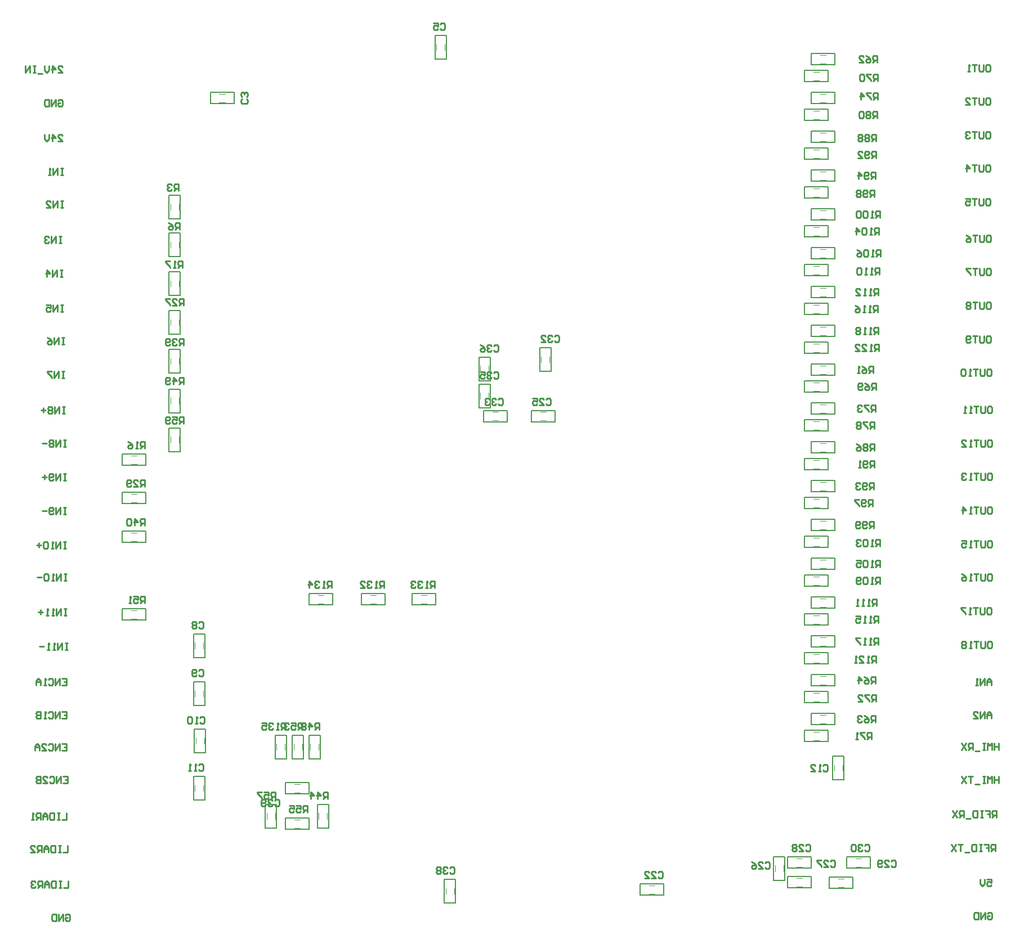
<source format=gbo>
G04*
G04 #@! TF.GenerationSoftware,Altium Limited,Altium Designer,21.0.8 (223)*
G04*
G04 Layer_Color=32896*
%FSTAX24Y24*%
%MOIN*%
G70*
G04*
G04 #@! TF.SameCoordinates,8A4C6F49-4F26-47D5-9FDB-2FD25450CC73*
G04*
G04*
G04 #@! TF.FilePolarity,Positive*
G04*
G01*
G75*
%ADD12C,0.0050*%
%ADD16C,0.0100*%
%ADD19C,0.0040*%
D12*
X01116Y04025D02*
Y04165D01*
X01183D01*
Y04025D02*
Y04165D01*
X01116Y04025D02*
X01183D01*
X01116Y04255D02*
Y04395D01*
X01183D01*
Y04255D02*
Y04395D01*
X01116Y04255D02*
X01183D01*
X01117Y0449D02*
Y0463D01*
X01184D01*
Y0449D02*
Y0463D01*
X01117Y0449D02*
X01184D01*
X01116Y0518D02*
Y0532D01*
X01183D01*
Y0518D02*
Y0532D01*
X01116Y0518D02*
X01183D01*
X01116Y05405D02*
Y05545D01*
X01183D01*
Y05405D02*
Y05545D01*
X01116Y05405D02*
X01183D01*
X05025Y01436D02*
X05165D01*
X05025D02*
Y01503D01*
X05165D01*
Y01436D02*
Y01503D01*
X0478Y014394D02*
X0492D01*
X0478D02*
Y015064D01*
X0492D01*
Y014394D02*
Y015064D01*
X04764Y01485D02*
Y01625D01*
X04697Y01485D02*
X04764D01*
X04697D02*
Y01625D01*
X04764D01*
X05114Y0208D02*
Y0222D01*
X05047Y0208D02*
X05114D01*
X05047D02*
Y0222D01*
X05114D01*
X0502Y02306D02*
Y02373D01*
X0488D02*
X0502D01*
X0488Y02306D02*
Y02373D01*
Y02306D02*
X0502D01*
X0492Y02407D02*
Y02474D01*
Y02407D02*
X0506D01*
Y02474D01*
X0492D02*
X0506D01*
X0502Y02536D02*
Y02603D01*
X0488D02*
X0502D01*
X0488Y02536D02*
Y02603D01*
Y02536D02*
X0502D01*
X0492Y026354D02*
Y027024D01*
Y026354D02*
X0506D01*
Y027024D01*
X0492D02*
X0506D01*
X0502Y02766D02*
Y02833D01*
X0488D02*
X0502D01*
X0488Y02766D02*
Y02833D01*
Y02766D02*
X0502D01*
X0492Y02867D02*
Y02934D01*
Y02867D02*
X0506D01*
Y02934D01*
X0492D02*
X0506D01*
X0502Y02996D02*
Y03063D01*
X0488D02*
X0502D01*
X0488Y02996D02*
Y03063D01*
Y02996D02*
X0502D01*
X0492Y03097D02*
Y03164D01*
Y03097D02*
X0506D01*
Y03164D01*
X0492D02*
X0506D01*
X0502Y03226D02*
Y03293D01*
X0488D02*
X0502D01*
X0488Y03226D02*
Y03293D01*
Y03226D02*
X0502D01*
X0492Y03327D02*
Y03394D01*
Y03327D02*
X0506D01*
Y03394D01*
X0492D02*
X0506D01*
X0502Y03456D02*
Y03523D01*
X0488D02*
X0502D01*
X0488Y03456D02*
Y03523D01*
Y03456D02*
X0502D01*
X0492Y03557D02*
Y03624D01*
Y03557D02*
X0506D01*
Y03624D01*
X0492D02*
X0506D01*
X0502Y03686D02*
Y03753D01*
X0488D02*
X0502D01*
X0488Y03686D02*
Y03753D01*
Y03686D02*
X0502D01*
X0492Y03787D02*
Y03854D01*
Y03787D02*
X0506D01*
Y03854D01*
X0492D02*
X0506D01*
X0502Y03916D02*
Y03983D01*
X0488D02*
X0502D01*
X0488Y03916D02*
Y03983D01*
Y03916D02*
X0502D01*
X0492Y04017D02*
Y04084D01*
Y04017D02*
X0506D01*
Y04084D01*
X0492D02*
X0506D01*
X0502Y04146D02*
Y04213D01*
X0488D02*
X0502D01*
X0488Y04146D02*
Y04213D01*
Y04146D02*
X0502D01*
X0492Y04247D02*
Y04314D01*
Y04247D02*
X0506D01*
Y04314D01*
X0492D02*
X0506D01*
X0502Y04376D02*
Y04443D01*
X0488D02*
X0502D01*
X0488Y04376D02*
Y04443D01*
Y04376D02*
X0502D01*
X0492Y04477D02*
Y04544D01*
Y04477D02*
X0506D01*
Y04544D01*
X0492D02*
X0506D01*
X0502Y04606D02*
Y04673D01*
X0488D02*
X0502D01*
X0488Y04606D02*
Y04673D01*
Y04606D02*
X0502D01*
X0492Y04707D02*
Y04774D01*
Y04707D02*
X0506D01*
Y04774D01*
X0492D02*
X0506D01*
X0502Y04836D02*
Y04903D01*
X0488D02*
X0502D01*
X0488Y04836D02*
Y04903D01*
Y04836D02*
X0502D01*
X0492Y04937D02*
Y05004D01*
Y04937D02*
X0506D01*
Y05004D01*
X0492D02*
X0506D01*
X0502Y05066D02*
Y05133D01*
X0488D02*
X0502D01*
X0488Y05066D02*
Y05133D01*
Y05066D02*
X0502D01*
X0492Y05167D02*
Y05234D01*
Y05167D02*
X0506D01*
Y05234D01*
X0492D02*
X0506D01*
X0502Y05296D02*
Y05363D01*
X0488D02*
X0502D01*
X0488Y05296D02*
Y05363D01*
Y05296D02*
X0502D01*
X0492Y05397D02*
Y05464D01*
Y05397D02*
X0506D01*
Y05464D01*
X0492D02*
X0506D01*
X0502Y05526D02*
Y05593D01*
X0488D02*
X0502D01*
X0488Y05526D02*
Y05593D01*
Y05526D02*
X0502D01*
X0492Y05627D02*
Y05694D01*
Y05627D02*
X0506D01*
Y05694D01*
X0492D02*
X0506D01*
X0502Y05756D02*
Y05823D01*
X0488D02*
X0502D01*
X0488Y05756D02*
Y05823D01*
Y05756D02*
X0502D01*
X0492Y05857D02*
Y05924D01*
Y05857D02*
X0506D01*
Y05924D01*
X0492D02*
X0506D01*
X0502Y05986D02*
Y06053D01*
X0488D02*
X0502D01*
X0488Y05986D02*
Y06053D01*
Y05986D02*
X0502D01*
X0492Y06087D02*
Y06154D01*
Y06087D02*
X0506D01*
Y06154D01*
X0492D02*
X0506D01*
X0502Y06216D02*
Y06283D01*
X0488D02*
X0502D01*
X0488Y06216D02*
Y06283D01*
Y06216D02*
X0502D01*
X0492Y06317D02*
Y06384D01*
Y06317D02*
X0506D01*
Y06384D01*
X0492D02*
X0506D01*
X0084Y03554D02*
X0098D01*
Y03487D02*
Y03554D01*
X0084Y03487D02*
X0098D01*
X0084D02*
Y03554D01*
X034031Y04201D02*
Y04268D01*
X032631D02*
X034031D01*
X032631Y04201D02*
Y04268D01*
Y04201D02*
X034031D01*
X01361Y060861D02*
Y061531D01*
Y060861D02*
X01501D01*
Y061531D01*
X01361D02*
X01501D01*
X03312Y0464D02*
X03379D01*
X03312Y045D02*
Y0464D01*
Y045D02*
X03379D01*
Y0464D01*
X0312Y04201D02*
Y04268D01*
X0298D02*
X0312D01*
X0298Y04201D02*
Y04268D01*
Y04201D02*
X0312D01*
X02951Y04445D02*
X03018D01*
Y04585D01*
X02951D02*
X03018D01*
X02951Y04445D02*
Y04585D01*
Y04285D02*
X03018D01*
Y04425D01*
X02951D02*
X03018D01*
X02951Y04285D02*
Y04425D01*
X02691Y0635D02*
X02758D01*
Y0649D01*
X02691D02*
X02758D01*
X02691Y0635D02*
Y0649D01*
X0084Y03942D02*
Y04009D01*
Y03942D02*
X0098D01*
Y04009D01*
X0084D02*
X0098D01*
X01947Y03116D02*
X02087D01*
X01947D02*
Y03183D01*
X02087D01*
Y03116D02*
Y03183D01*
X02256Y03116D02*
X02396D01*
X02256D02*
Y03183D01*
X02396D01*
Y03116D02*
Y03183D01*
X02557Y03116D02*
X02697D01*
X02557D02*
Y03183D01*
X02697D01*
Y03116D02*
Y03183D01*
X02746Y0135D02*
X02813D01*
Y0149D01*
X02746D02*
X02813D01*
X02746Y0135D02*
Y0149D01*
X02063Y01795D02*
Y01935D01*
X01996Y01795D02*
X02063D01*
X01996D02*
Y01935D01*
X02063D01*
X01805Y01786D02*
X01945D01*
X01805D02*
Y01853D01*
X01945D01*
Y01786D02*
Y01853D01*
X01687Y01795D02*
Y01935D01*
X01754D01*
Y01795D02*
Y01935D01*
X01687Y01795D02*
X01754D01*
X01746Y02345D02*
X01813D01*
X01746Y02205D02*
Y02345D01*
Y02205D02*
X01813D01*
Y02345D01*
X01847Y02205D02*
X01914D01*
Y02345D01*
X01847D02*
X01914D01*
X01847Y02205D02*
Y02345D01*
X01946Y02345D02*
X02013D01*
X01946Y02205D02*
Y02345D01*
Y02205D02*
X02013D01*
Y02345D01*
X04045Y01396D02*
Y01463D01*
X03905D02*
X04045D01*
X03905Y01396D02*
Y01463D01*
Y01396D02*
X04045D01*
X01805Y01996D02*
X01945D01*
X01805D02*
Y02063D01*
X01945D01*
Y01996D02*
Y02063D01*
X01261Y0196D02*
Y021D01*
X01328D01*
Y0196D02*
Y021D01*
X01261Y0196D02*
X01328D01*
X01266Y0224D02*
Y0238D01*
X01333D01*
Y0224D02*
Y0238D01*
X01266Y0224D02*
X01333D01*
X01261Y02805D02*
Y02945D01*
X01328D01*
Y02805D02*
Y02945D01*
X01261Y02805D02*
X01328D01*
X01261Y0252D02*
Y0266D01*
X01328D01*
Y0252D02*
Y0266D01*
X01261Y0252D02*
X01328D01*
X051297Y01557D02*
Y01624D01*
Y01557D02*
X052697D01*
Y01624D01*
X051297D02*
X052697D01*
X0492Y01556D02*
Y01623D01*
X0478D02*
X0492D01*
X0478Y01556D02*
Y01623D01*
Y01556D02*
X0492D01*
X01117Y0495D02*
X01184D01*
Y0509D01*
X01117D02*
X01184D01*
X01117Y0495D02*
Y0509D01*
Y0472D02*
X01184D01*
Y0486D01*
X01117D02*
X01184D01*
X01117Y0472D02*
Y0486D01*
X0084Y03027D02*
Y03094D01*
Y03027D02*
X0098D01*
Y03094D01*
X0084D02*
X0098D01*
X0084Y03717D02*
Y03784D01*
Y03717D02*
X0098D01*
Y03784D01*
X0084D02*
X0098D01*
D16*
X0051Y03095D02*
X004967D01*
X005033D01*
Y03055D01*
X0051D01*
X004967D01*
X004767D02*
Y03095D01*
X0045Y03055D01*
Y03095D01*
X004367Y03055D02*
X004234D01*
X0043D01*
Y03095D01*
X004367Y030883D01*
X004034Y03055D02*
X0039D01*
X003967D01*
Y03095D01*
X004034Y030883D01*
X0037Y03075D02*
X003434D01*
X003567Y030883D02*
Y030617D01*
X059864Y024423D02*
Y02469D01*
X059731Y024823D01*
X059597Y02469D01*
Y024423D01*
Y024623D01*
X059864D01*
X059464Y024423D02*
Y024823D01*
X059198Y024423D01*
Y024823D01*
X058798Y024423D02*
X059064D01*
X058798Y02469D01*
Y024757D01*
X058864Y024823D01*
X058998D01*
X059064Y024757D01*
X059633Y012883D02*
X0597Y01295D01*
X059833D01*
X0599Y012883D01*
Y012617D01*
X059833Y01255D01*
X0597D01*
X059633Y012617D01*
Y01275D01*
X059767D01*
X0595Y01255D02*
Y01295D01*
X059234Y01255D01*
Y01295D01*
X0591D02*
Y01255D01*
X0589D01*
X058834Y012617D01*
Y012883D01*
X0589Y01295D01*
X0591D01*
X059597Y014915D02*
X059864D01*
Y014715D01*
X059731Y014782D01*
X059664D01*
X059597Y014715D01*
Y014582D01*
X059664Y014515D01*
X059797D01*
X059864Y014582D01*
X059464Y014915D02*
Y014648D01*
X059331Y014515D01*
X059198Y014648D01*
Y014915D01*
X0601Y016567D02*
Y016967D01*
X0599D01*
X059833Y0169D01*
Y016767D01*
X0599Y0167D01*
X0601D01*
X059967D02*
X059833Y016567D01*
X059434Y016967D02*
X0597D01*
Y016767D01*
X059567D01*
X0597D01*
Y016567D01*
X0593Y016967D02*
X059167D01*
X059234D01*
Y016567D01*
X0593D01*
X059167D01*
X058967Y016967D02*
Y016567D01*
X058767D01*
X0587Y016633D01*
Y0169D01*
X058767Y016967D01*
X058967D01*
X058567Y0165D02*
X058301D01*
X058167Y016967D02*
X057901D01*
X058034D01*
Y016567D01*
X057767Y016967D02*
X057501Y016567D01*
Y016967D02*
X057767Y016567D01*
X06015Y018567D02*
Y018967D01*
X05995D01*
X059883Y0189D01*
Y018767D01*
X05995Y0187D01*
X06015D01*
X060017D02*
X059883Y018567D01*
X059484Y018967D02*
X05975D01*
Y018767D01*
X059617D01*
X05975D01*
Y018567D01*
X05935Y018967D02*
X059217D01*
X059284D01*
Y018567D01*
X05935D01*
X059217D01*
X059017Y018967D02*
Y018567D01*
X058817D01*
X05875Y018633D01*
Y0189D01*
X058817Y018967D01*
X059017D01*
X058617Y0185D02*
X058351D01*
X058217Y018567D02*
Y018967D01*
X058017D01*
X057951Y0189D01*
Y018767D01*
X058017Y0187D01*
X058217D01*
X058084D02*
X057951Y018567D01*
X057817Y018967D02*
X057551Y018567D01*
Y018967D02*
X057817Y018567D01*
X0603Y021017D02*
Y020617D01*
Y020817D01*
X060033D01*
Y021017D01*
Y020617D01*
X0599D02*
Y021017D01*
X059767Y020883D01*
X059634Y021017D01*
Y020617D01*
X0595Y021017D02*
X059367D01*
X059434D01*
Y020617D01*
X0595D01*
X059367D01*
X059167Y02055D02*
X0589D01*
X058767Y021017D02*
X058501D01*
X058634D01*
Y020617D01*
X058367Y021017D02*
X058101Y020617D01*
Y021017D02*
X058367Y020617D01*
X0603Y022967D02*
Y022567D01*
Y022767D01*
X060033D01*
Y022967D01*
Y022567D01*
X0599D02*
Y022967D01*
X059767Y022833D01*
X059634Y022967D01*
Y022567D01*
X0595Y022967D02*
X059367D01*
X059434D01*
Y022567D01*
X0595D01*
X059367D01*
X059167Y0225D02*
X0589D01*
X058767Y022567D02*
Y022967D01*
X058567D01*
X058501Y0229D01*
Y022767D01*
X058567Y0227D01*
X058767D01*
X058634D02*
X058501Y022567D01*
X058367Y022967D02*
X058101Y022567D01*
Y022967D02*
X058367Y022567D01*
X059864Y026405D02*
Y026671D01*
X059731Y026805D01*
X059597Y026671D01*
Y026405D01*
Y026605D01*
X059864D01*
X059464Y026405D02*
Y026805D01*
X059198Y026405D01*
Y026805D01*
X059064Y026405D02*
X058931D01*
X058998D01*
Y026805D01*
X059064Y026738D01*
X0597Y029D02*
X059833D01*
X0599Y028933D01*
Y028667D01*
X059833Y0286D01*
X0597D01*
X059633Y028667D01*
Y028933D01*
X0597Y029D01*
X0595D02*
Y028667D01*
X059433Y0286D01*
X0593D01*
X059234Y028667D01*
Y029D01*
X0591D02*
X058834D01*
X058967D01*
Y0286D01*
X0587D02*
X058567D01*
X058634D01*
Y029D01*
X0587Y028933D01*
X058367D02*
X058301Y029D01*
X058167D01*
X058101Y028933D01*
Y028867D01*
X058167Y0288D01*
X058101Y028733D01*
Y028667D01*
X058167Y0286D01*
X058301D01*
X058367Y028667D01*
Y028733D01*
X058301Y0288D01*
X058367Y028867D01*
Y028933D01*
X058301Y0288D02*
X058167D01*
X05965Y031D02*
X059783D01*
X05985Y030933D01*
Y030667D01*
X059783Y0306D01*
X05965D01*
X059583Y030667D01*
Y030933D01*
X05965Y031D01*
X05945D02*
Y030667D01*
X059383Y0306D01*
X05925D01*
X059184Y030667D01*
Y031D01*
X05905D02*
X058784D01*
X058917D01*
Y0306D01*
X05865D02*
X058517D01*
X058584D01*
Y031D01*
X05865Y030933D01*
X058317Y031D02*
X058051D01*
Y030933D01*
X058317Y030667D01*
Y0306D01*
X059689Y040936D02*
X059822D01*
X059889Y04087D01*
Y040603D01*
X059822Y040536D01*
X059689D01*
X059622Y040603D01*
Y04087D01*
X059689Y040936D01*
X059489D02*
Y040603D01*
X059422Y040536D01*
X059289D01*
X059222Y040603D01*
Y040936D01*
X059089D02*
X058823D01*
X058956D01*
Y040536D01*
X058689D02*
X058556D01*
X058623D01*
Y040936D01*
X058689Y04087D01*
X058089Y040536D02*
X058356D01*
X058089Y040803D01*
Y04087D01*
X058156Y040936D01*
X058289D01*
X058356Y04087D01*
X059689Y034979D02*
X059822D01*
X059889Y034912D01*
Y034646D01*
X059822Y034579D01*
X059689D01*
X059622Y034646D01*
Y034912D01*
X059689Y034979D01*
X059489D02*
Y034646D01*
X059422Y034579D01*
X059289D01*
X059222Y034646D01*
Y034979D01*
X059089D02*
X058823D01*
X058956D01*
Y034579D01*
X058689D02*
X058556D01*
X058623D01*
Y034979D01*
X058689Y034912D01*
X058089Y034979D02*
X058356D01*
Y034779D01*
X058223Y034846D01*
X058156D01*
X058089Y034779D01*
Y034646D01*
X058156Y034579D01*
X058289D01*
X058356Y034646D01*
X059689Y032997D02*
X059822D01*
X059889Y032931D01*
Y032664D01*
X059822Y032597D01*
X059689D01*
X059622Y032664D01*
Y032931D01*
X059689Y032997D01*
X059489D02*
Y032664D01*
X059422Y032597D01*
X059289D01*
X059222Y032664D01*
Y032997D01*
X059089D02*
X058823D01*
X058956D01*
Y032597D01*
X058689D02*
X058556D01*
X058623D01*
Y032997D01*
X058689Y032931D01*
X058089Y032997D02*
X058223Y032931D01*
X058356Y032797D01*
Y032664D01*
X058289Y032597D01*
X058156D01*
X058089Y032664D01*
Y032731D01*
X058156Y032797D01*
X058356D01*
X059689Y036973D02*
X059822D01*
X059889Y036906D01*
Y03664D01*
X059822Y036573D01*
X059689D01*
X059622Y03664D01*
Y036906D01*
X059689Y036973D01*
X059489D02*
Y03664D01*
X059422Y036573D01*
X059289D01*
X059222Y03664D01*
Y036973D01*
X059089D02*
X058823D01*
X058956D01*
Y036573D01*
X058689D02*
X058556D01*
X058623D01*
Y036973D01*
X058689Y036906D01*
X058156Y036573D02*
Y036973D01*
X058356Y036773D01*
X058089D01*
X059689Y038955D02*
X059822D01*
X059889Y038888D01*
Y038621D01*
X059822Y038555D01*
X059689D01*
X059622Y038621D01*
Y038888D01*
X059689Y038955D01*
X059489D02*
Y038621D01*
X059422Y038555D01*
X059289D01*
X059222Y038621D01*
Y038955D01*
X059089D02*
X058823D01*
X058956D01*
Y038555D01*
X058689D02*
X058556D01*
X058623D01*
Y038955D01*
X058689Y038888D01*
X058356D02*
X058289Y038955D01*
X058156D01*
X058089Y038888D01*
Y038821D01*
X058156Y038755D01*
X058223D01*
X058156D01*
X058089Y038688D01*
Y038621D01*
X058156Y038555D01*
X058289D01*
X058356Y038621D01*
X059689Y042918D02*
X059822D01*
X059889Y042851D01*
Y042585D01*
X059822Y042518D01*
X059689D01*
X059622Y042585D01*
Y042851D01*
X059689Y042918D01*
X059489D02*
Y042585D01*
X059422Y042518D01*
X059289D01*
X059222Y042585D01*
Y042918D01*
X059089D02*
X058823D01*
X058956D01*
Y042518D01*
X058689D02*
X058556D01*
X058623D01*
Y042918D01*
X058689Y042851D01*
X058356Y042518D02*
X058223D01*
X058289D01*
Y042918D01*
X058356Y042851D01*
X05965Y04515D02*
X059783D01*
X05985Y045083D01*
Y044817D01*
X059783Y04475D01*
X05965D01*
X059583Y044817D01*
Y045083D01*
X05965Y04515D01*
X05945D02*
Y044817D01*
X059383Y04475D01*
X05925D01*
X059184Y044817D01*
Y04515D01*
X05905D02*
X058784D01*
X058917D01*
Y04475D01*
X05865D02*
X058517D01*
X058584D01*
Y04515D01*
X05865Y045083D01*
X058317D02*
X058251Y04515D01*
X058117D01*
X058051Y045083D01*
Y044817D01*
X058117Y04475D01*
X058251D01*
X058317Y044817D01*
Y045083D01*
X059627Y047116D02*
X05976D01*
X059827Y04705D01*
Y046783D01*
X05976Y046717D01*
X059627D01*
X05956Y046783D01*
Y04705D01*
X059627Y047116D01*
X059427D02*
Y046783D01*
X05936Y046717D01*
X059227D01*
X05916Y046783D01*
Y047116D01*
X059027D02*
X058761D01*
X058894D01*
Y046717D01*
X058627Y046783D02*
X058561Y046717D01*
X058427D01*
X058361Y046783D01*
Y04705D01*
X058427Y047116D01*
X058561D01*
X058627Y04705D01*
Y046983D01*
X058561Y046916D01*
X058361D01*
X059627Y04911D02*
X05976D01*
X059827Y049044D01*
Y048777D01*
X05976Y048711D01*
X059627D01*
X05956Y048777D01*
Y049044D01*
X059627Y04911D01*
X059427D02*
Y048777D01*
X05936Y048711D01*
X059227D01*
X05916Y048777D01*
Y04911D01*
X059027D02*
X058761D01*
X058894D01*
Y048711D01*
X058627Y049044D02*
X058561Y04911D01*
X058427D01*
X058361Y049044D01*
Y048977D01*
X058427Y04891D01*
X058361Y048844D01*
Y048777D01*
X058427Y048711D01*
X058561D01*
X058627Y048777D01*
Y048844D01*
X058561Y04891D01*
X058627Y048977D01*
Y049044D01*
X058561Y04891D02*
X058427D01*
X059627Y051092D02*
X05976D01*
X059827Y051025D01*
Y050759D01*
X05976Y050692D01*
X059627D01*
X05956Y050759D01*
Y051025D01*
X059627Y051092D01*
X059427D02*
Y050759D01*
X05936Y050692D01*
X059227D01*
X05916Y050759D01*
Y051092D01*
X059027D02*
X058761D01*
X058894D01*
Y050692D01*
X058627Y051092D02*
X058361D01*
Y051025D01*
X058627Y050759D01*
Y050692D01*
X059627Y053074D02*
X05976D01*
X059827Y053007D01*
Y05274D01*
X05976Y052674D01*
X059627D01*
X05956Y05274D01*
Y053007D01*
X059627Y053074D01*
X059427D02*
Y05274D01*
X05936Y052674D01*
X059227D01*
X05916Y05274D01*
Y053074D01*
X059027D02*
X058761D01*
X058894D01*
Y052674D01*
X058361Y053074D02*
X058494Y053007D01*
X058627Y052874D01*
Y05274D01*
X058561Y052674D01*
X058427D01*
X058361Y05274D01*
Y052807D01*
X058427Y052874D01*
X058627D01*
X0596Y05525D02*
X059733D01*
X0598Y055183D01*
Y054917D01*
X059733Y05485D01*
X0596D01*
X059533Y054917D01*
Y055183D01*
X0596Y05525D01*
X0594D02*
Y054917D01*
X059333Y05485D01*
X0592D01*
X059134Y054917D01*
Y05525D01*
X059D02*
X058734D01*
X058867D01*
Y05485D01*
X058334Y05525D02*
X0586D01*
Y05505D01*
X058467Y055117D01*
X0584D01*
X058334Y05505D01*
Y054917D01*
X0584Y05485D01*
X058534D01*
X0586Y054917D01*
X059577Y059204D02*
X059711D01*
X059777Y059138D01*
Y058871D01*
X059711Y058804D01*
X059577D01*
X059511Y058871D01*
Y059138D01*
X059577Y059204D01*
X059378D02*
Y058871D01*
X059311Y058804D01*
X059178D01*
X059111Y058871D01*
Y059204D01*
X058978D02*
X058711D01*
X058844D01*
Y058804D01*
X058578Y059138D02*
X058511Y059204D01*
X058378D01*
X058311Y059138D01*
Y059071D01*
X058378Y059004D01*
X058444D01*
X058378D01*
X058311Y058938D01*
Y058871D01*
X058378Y058804D01*
X058511D01*
X058578Y058871D01*
X05959Y057223D02*
X059723D01*
X05979Y057156D01*
Y056889D01*
X059723Y056823D01*
X05959D01*
X059523Y056889D01*
Y057156D01*
X05959Y057223D01*
X05939D02*
Y056889D01*
X059323Y056823D01*
X05919D01*
X059123Y056889D01*
Y057223D01*
X05899D02*
X058723D01*
X058857D01*
Y056823D01*
X05839D02*
Y057223D01*
X05859Y057023D01*
X058324D01*
X059577Y061186D02*
X059711D01*
X059777Y061119D01*
Y060853D01*
X059711Y060786D01*
X059577D01*
X059511Y060853D01*
Y061119D01*
X059577Y061186D01*
X059378D02*
Y060853D01*
X059311Y060786D01*
X059178D01*
X059111Y060853D01*
Y061186D01*
X058978D02*
X058711D01*
X058844D01*
Y060786D01*
X058311D02*
X058578D01*
X058311Y061053D01*
Y061119D01*
X058378Y061186D01*
X058511D01*
X058578Y061119D01*
X059577Y063168D02*
X059711D01*
X059777Y063101D01*
Y062834D01*
X059711Y062768D01*
X059577D01*
X059511Y062834D01*
Y063101D01*
X059577Y063168D01*
X059378D02*
Y062834D01*
X059311Y062768D01*
X059178D01*
X059111Y062834D01*
Y063168D01*
X058978D02*
X058711D01*
X058844D01*
Y062768D01*
X058578D02*
X058444D01*
X058511D01*
Y063168D01*
X058578Y063101D01*
X005033Y012783D02*
X0051Y01285D01*
X005233D01*
X0053Y012783D01*
Y012517D01*
X005233Y01245D01*
X0051D01*
X005033Y012517D01*
Y01265D01*
X005167D01*
X0049Y01245D02*
Y01285D01*
X004634Y01245D01*
Y01285D01*
X0045D02*
Y01245D01*
X0043D01*
X004234Y012517D01*
Y012783D01*
X0043Y01285D01*
X0045D01*
X0052Y0148D02*
Y0144D01*
X004933D01*
X0048Y0148D02*
X004667D01*
X004733D01*
Y0144D01*
X0048D01*
X004667D01*
X004467Y0148D02*
Y0144D01*
X004267D01*
X0042Y014467D01*
Y014733D01*
X004267Y0148D01*
X004467D01*
X004067Y0144D02*
Y014667D01*
X003934Y0148D01*
X0038Y014667D01*
Y0144D01*
Y0146D01*
X004067D01*
X003667Y0144D02*
Y0148D01*
X003467D01*
X003401Y014733D01*
Y0146D01*
X003467Y014533D01*
X003667D01*
X003534D02*
X003401Y0144D01*
X003267Y014733D02*
X003201Y0148D01*
X003067D01*
X003001Y014733D01*
Y014667D01*
X003067Y0146D01*
X003134D01*
X003067D01*
X003001Y014533D01*
Y014467D01*
X003067Y0144D01*
X003201D01*
X003267Y014467D01*
X00515Y0169D02*
Y0165D01*
X004883D01*
X00475Y0169D02*
X004617D01*
X004683D01*
Y0165D01*
X00475D01*
X004617D01*
X004417Y0169D02*
Y0165D01*
X004217D01*
X00415Y016567D01*
Y016833D01*
X004217Y0169D01*
X004417D01*
X004017Y0165D02*
Y016767D01*
X003884Y0169D01*
X00375Y016767D01*
Y0165D01*
Y0167D01*
X004017D01*
X003617Y0165D02*
Y0169D01*
X003417D01*
X003351Y016833D01*
Y0167D01*
X003417Y016633D01*
X003617D01*
X003484D02*
X003351Y0165D01*
X002951D02*
X003217D01*
X002951Y016767D01*
Y016833D01*
X003017Y0169D01*
X003151D01*
X003217Y016833D01*
X0051Y01885D02*
Y01845D01*
X004833D01*
X0047Y01885D02*
X004567D01*
X004633D01*
Y01845D01*
X0047D01*
X004567D01*
X004367Y01885D02*
Y01845D01*
X004167D01*
X0041Y018517D01*
Y018783D01*
X004167Y01885D01*
X004367D01*
X003967Y01845D02*
Y018717D01*
X003834Y01885D01*
X0037Y018717D01*
Y01845D01*
Y01865D01*
X003967D01*
X003567Y01845D02*
Y01885D01*
X003367D01*
X003301Y018783D01*
Y01865D01*
X003367Y018583D01*
X003567D01*
X003434D02*
X003301Y01845D01*
X003167D02*
X003034D01*
X003101D01*
Y01885D01*
X003167Y018783D01*
X004883Y021D02*
X00515D01*
Y0206D01*
X004883D01*
X00515Y0208D02*
X005017D01*
X00475Y0206D02*
Y021D01*
X004484Y0206D01*
Y021D01*
X004084Y020933D02*
X00415Y021D01*
X004284D01*
X00435Y020933D01*
Y020667D01*
X004284Y0206D01*
X00415D01*
X004084Y020667D01*
X003684Y0206D02*
X00395D01*
X003684Y020867D01*
Y020933D01*
X00375Y021D01*
X003884D01*
X00395Y020933D01*
X003551Y021D02*
Y0206D01*
X003351D01*
X003284Y020667D01*
Y020733D01*
X003351Y0208D01*
X003551D01*
X003351D01*
X003284Y020867D01*
Y020933D01*
X003351Y021D01*
X003551D01*
X004833Y02295D02*
X0051D01*
Y02255D01*
X004833D01*
X0051Y02275D02*
X004967D01*
X0047Y02255D02*
Y02295D01*
X004434Y02255D01*
Y02295D01*
X004034Y022883D02*
X0041Y02295D01*
X004234D01*
X0043Y022883D01*
Y022617D01*
X004234Y02255D01*
X0041D01*
X004034Y022617D01*
X003634Y02255D02*
X0039D01*
X003634Y022817D01*
Y022883D01*
X0037Y02295D01*
X003834D01*
X0039Y022883D01*
X003501Y02255D02*
Y022817D01*
X003367Y02295D01*
X003234Y022817D01*
Y02255D01*
Y02275D01*
X003501D01*
X004833Y02485D02*
X0051D01*
Y02445D01*
X004833D01*
X0051Y02465D02*
X004967D01*
X0047Y02445D02*
Y02485D01*
X004434Y02445D01*
Y02485D01*
X004034Y024783D02*
X0041Y02485D01*
X004234D01*
X0043Y024783D01*
Y024517D01*
X004234Y02445D01*
X0041D01*
X004034Y024517D01*
X0039Y02445D02*
X003767D01*
X003834D01*
Y02485D01*
X0039Y024783D01*
X003567Y02485D02*
Y02445D01*
X003367D01*
X003301Y024517D01*
Y024583D01*
X003367Y02465D01*
X003567D01*
X003367D01*
X003301Y024717D01*
Y024783D01*
X003367Y02485D01*
X003567D01*
X004833Y0268D02*
X0051D01*
Y0264D01*
X004833D01*
X0051Y0266D02*
X004967D01*
X0047Y0264D02*
Y0268D01*
X004434Y0264D01*
Y0268D01*
X004034Y026733D02*
X0041Y0268D01*
X004234D01*
X0043Y026733D01*
Y026467D01*
X004234Y0264D01*
X0041D01*
X004034Y026467D01*
X0039Y0264D02*
X003767D01*
X003834D01*
Y0268D01*
X0039Y026733D01*
X003567Y0264D02*
Y026667D01*
X003434Y0268D01*
X003301Y026667D01*
Y0264D01*
Y0266D01*
X003567D01*
X00515Y0289D02*
X005017D01*
X005083D01*
Y0285D01*
X00515D01*
X005017D01*
X004817D02*
Y0289D01*
X00455Y0285D01*
Y0289D01*
X004417Y0285D02*
X004284D01*
X00435D01*
Y0289D01*
X004417Y028833D01*
X004084Y0285D02*
X00395D01*
X004017D01*
Y0289D01*
X004084Y028833D01*
X00375Y0287D02*
X003484D01*
X0051Y033D02*
X004967D01*
X005033D01*
Y0326D01*
X0051D01*
X004967D01*
X004767D02*
Y033D01*
X0045Y0326D01*
Y033D01*
X004367Y0326D02*
X004234D01*
X0043D01*
Y033D01*
X004367Y032933D01*
X004034D02*
X003967Y033D01*
X003834D01*
X003767Y032933D01*
Y032667D01*
X003834Y0326D01*
X003967D01*
X004034Y032667D01*
Y032933D01*
X003634Y0328D02*
X003367D01*
X00505Y0349D02*
X004917D01*
X004983D01*
Y0345D01*
X00505D01*
X004917D01*
X004717D02*
Y0349D01*
X00445Y0345D01*
Y0349D01*
X004317Y0345D02*
X004184D01*
X00425D01*
Y0349D01*
X004317Y034833D01*
X003984D02*
X003917Y0349D01*
X003784D01*
X003717Y034833D01*
Y034567D01*
X003784Y0345D01*
X003917D01*
X003984Y034567D01*
Y034833D01*
X003584Y0347D02*
X003317D01*
X003451Y034833D02*
Y034567D01*
X00505Y03695D02*
X004917D01*
X004983D01*
Y03655D01*
X00505D01*
X004917D01*
X004717D02*
Y03695D01*
X00445Y03655D01*
Y03695D01*
X004317Y036617D02*
X00425Y03655D01*
X004117D01*
X00405Y036617D01*
Y036883D01*
X004117Y03695D01*
X00425D01*
X004317Y036883D01*
Y036817D01*
X00425Y03675D01*
X00405D01*
X003917D02*
X00365D01*
X00505Y03895D02*
X004917D01*
X004983D01*
Y03855D01*
X00505D01*
X004917D01*
X004717D02*
Y03895D01*
X00445Y03855D01*
Y03895D01*
X004317Y038617D02*
X00425Y03855D01*
X004117D01*
X00405Y038617D01*
Y038883D01*
X004117Y03895D01*
X00425D01*
X004317Y038883D01*
Y038817D01*
X00425Y03875D01*
X00405D01*
X003917D02*
X00365D01*
X003784Y038883D02*
Y038617D01*
X00505Y04095D02*
X004917D01*
X004983D01*
Y04055D01*
X00505D01*
X004917D01*
X004717D02*
Y04095D01*
X00445Y04055D01*
Y04095D01*
X004317Y040883D02*
X00425Y04095D01*
X004117D01*
X00405Y040883D01*
Y040817D01*
X004117Y04075D01*
X00405Y040683D01*
Y040617D01*
X004117Y04055D01*
X00425D01*
X004317Y040617D01*
Y040683D01*
X00425Y04075D01*
X004317Y040817D01*
Y040883D01*
X00425Y04075D02*
X004117D01*
X003917D02*
X00365D01*
X005Y0429D02*
X004867D01*
X004933D01*
Y0425D01*
X005D01*
X004867D01*
X004667D02*
Y0429D01*
X0044Y0425D01*
Y0429D01*
X004267Y042833D02*
X0042Y0429D01*
X004067D01*
X004Y042833D01*
Y042767D01*
X004067Y0427D01*
X004Y042633D01*
Y042567D01*
X004067Y0425D01*
X0042D01*
X004267Y042567D01*
Y042633D01*
X0042Y0427D01*
X004267Y042767D01*
Y042833D01*
X0042Y0427D02*
X004067D01*
X003867D02*
X0036D01*
X003734Y042833D02*
Y042567D01*
X00495Y045D02*
X004817D01*
X004883D01*
Y0446D01*
X00495D01*
X004817D01*
X004617D02*
Y045D01*
X00435Y0446D01*
Y045D01*
X004217D02*
X00395D01*
Y044933D01*
X004217Y044667D01*
Y0446D01*
X00495Y047D02*
X004817D01*
X004883D01*
Y0466D01*
X00495D01*
X004817D01*
X004617D02*
Y047D01*
X00435Y0466D01*
Y047D01*
X00395D02*
X004084Y046933D01*
X004217Y0468D01*
Y046667D01*
X00415Y0466D01*
X004017D01*
X00395Y046667D01*
Y046733D01*
X004017Y0468D01*
X004217D01*
X00485Y051D02*
X004717D01*
X004783D01*
Y0506D01*
X00485D01*
X004717D01*
X004517D02*
Y051D01*
X00425Y0506D01*
Y051D01*
X003917Y0506D02*
Y051D01*
X004117Y0508D01*
X00385D01*
X0049Y04895D02*
X004767D01*
X004833D01*
Y04855D01*
X0049D01*
X004767D01*
X004567D02*
Y04895D01*
X0043Y04855D01*
Y04895D01*
X0039D02*
X004167D01*
Y04875D01*
X004034Y048817D01*
X003967D01*
X0039Y04875D01*
Y048617D01*
X003967Y04855D01*
X0041D01*
X004167Y048617D01*
X0048Y053D02*
X004667D01*
X004733D01*
Y0526D01*
X0048D01*
X004667D01*
X004467D02*
Y053D01*
X0042Y0526D01*
Y053D01*
X004067Y052933D02*
X004Y053D01*
X003867D01*
X0038Y052933D01*
Y052867D01*
X003867Y0528D01*
X003934D01*
X003867D01*
X0038Y052733D01*
Y052667D01*
X003867Y0526D01*
X004D01*
X004067Y052667D01*
X0049Y0551D02*
X004767D01*
X004833D01*
Y0547D01*
X0049D01*
X004767D01*
X004567D02*
Y0551D01*
X0043Y0547D01*
Y0551D01*
X0039Y0547D02*
X004167D01*
X0039Y054967D01*
Y055033D01*
X003967Y0551D01*
X0041D01*
X004167Y055033D01*
X0049Y05705D02*
X004767D01*
X004833D01*
Y05665D01*
X0049D01*
X004767D01*
X004567D02*
Y05705D01*
X0043Y05665D01*
Y05705D01*
X004167Y05665D02*
X004034D01*
X0041D01*
Y05705D01*
X004167Y056983D01*
X004583Y05865D02*
X00485D01*
X004583Y058917D01*
Y058983D01*
X00465Y05905D01*
X004783D01*
X00485Y058983D01*
X00425Y05865D02*
Y05905D01*
X00445Y05885D01*
X004184D01*
X00405Y05905D02*
Y058783D01*
X003917Y05865D01*
X003784Y058783D01*
Y05905D01*
X004583Y061033D02*
X00465Y0611D01*
X004783D01*
X00485Y061033D01*
Y060767D01*
X004783Y0607D01*
X00465D01*
X004583Y060767D01*
Y0609D01*
X004717D01*
X00445Y0607D02*
Y0611D01*
X004184Y0607D01*
Y0611D01*
X00405D02*
Y0607D01*
X00385D01*
X003784Y060767D01*
Y061033D01*
X00385Y0611D01*
X00405D01*
X004583Y062717D02*
X00485D01*
X004583Y062983D01*
Y06305D01*
X00465Y063117D01*
X004783D01*
X00485Y06305D01*
X00425Y062717D02*
Y063117D01*
X00445Y062917D01*
X004184D01*
X00405Y063117D02*
Y06285D01*
X003917Y062717D01*
X003784Y06285D01*
Y063117D01*
X00365Y06265D02*
X003384D01*
X003251Y063117D02*
X003117D01*
X003184D01*
Y062717D01*
X003251D01*
X003117D01*
X002917D02*
Y063117D01*
X002651Y062717D01*
Y063117D01*
X01806Y02377D02*
Y02417D01*
X01786D01*
X017793Y024103D01*
Y02397D01*
X01786Y023903D01*
X01806D01*
X017927D02*
X017793Y02377D01*
X01766D02*
X017527D01*
X017593D01*
Y02417D01*
X01766Y024103D01*
X017327D02*
X01726Y02417D01*
X017127D01*
X01706Y024103D01*
Y024037D01*
X017127Y02397D01*
X017194D01*
X017127D01*
X01706Y023903D01*
Y023837D01*
X017127Y02377D01*
X01726D01*
X017327Y023837D01*
X01666Y02417D02*
X016927D01*
Y02397D01*
X016794Y024037D01*
X016727D01*
X01666Y02397D01*
Y023837D01*
X016727Y02377D01*
X01686D01*
X016927Y023837D01*
X01906Y02378D02*
Y02418D01*
X01886D01*
X018793Y024113D01*
Y02398D01*
X01886Y023913D01*
X01906D01*
X018927D02*
X018793Y02378D01*
X018394Y02418D02*
X01866D01*
Y02398D01*
X018527Y024047D01*
X01846D01*
X018394Y02398D01*
Y023847D01*
X01846Y02378D01*
X018593D01*
X01866Y023847D01*
X01826Y024113D02*
X018194Y02418D01*
X01806D01*
X017994Y024113D01*
Y024047D01*
X01806Y02398D01*
X018127D01*
X01806D01*
X017994Y023913D01*
Y023847D01*
X01806Y02378D01*
X018194D01*
X01826Y023847D01*
X02006Y02377D02*
Y02417D01*
X01986D01*
X019793Y024103D01*
Y02397D01*
X01986Y023903D01*
X02006D01*
X019927D02*
X019793Y02377D01*
X01946D02*
Y02417D01*
X01966Y02397D01*
X019394D01*
X01926Y024103D02*
X019194Y02417D01*
X01906D01*
X018994Y024103D01*
Y024037D01*
X01906Y02397D01*
X018994Y023903D01*
Y023837D01*
X01906Y02377D01*
X019194D01*
X01926Y023837D01*
Y023903D01*
X019194Y02397D01*
X01926Y024037D01*
Y024103D01*
X019194Y02397D02*
X01906D01*
X017417Y019583D02*
X017483Y01965D01*
X017617D01*
X017683Y019583D01*
Y019317D01*
X017617Y01925D01*
X017483D01*
X017417Y019317D01*
X017283Y019583D02*
X017217Y01965D01*
X017083D01*
X017017Y019583D01*
Y019517D01*
X017083Y01945D01*
X01715D01*
X017083D01*
X017017Y019383D01*
Y019317D01*
X017083Y01925D01*
X017217D01*
X017283Y019317D01*
X016883D02*
X016817Y01925D01*
X016683D01*
X016617Y019317D01*
Y019583D01*
X016683Y01965D01*
X016817D01*
X016883Y019583D01*
Y019517D01*
X016817Y01945D01*
X016617D01*
X0208Y03216D02*
Y03256D01*
X0206D01*
X020533Y032493D01*
Y03236D01*
X0206Y032293D01*
X0208D01*
X020667D02*
X020533Y03216D01*
X0204D02*
X020267D01*
X020333D01*
Y03256D01*
X0204Y032493D01*
X020067D02*
X02Y03256D01*
X019867D01*
X0198Y032493D01*
Y032427D01*
X019867Y03236D01*
X019934D01*
X019867D01*
X0198Y032293D01*
Y032227D01*
X019867Y03216D01*
X02D01*
X020067Y032227D01*
X019467Y03216D02*
Y03256D01*
X019667Y03236D01*
X0194D01*
X02689Y03216D02*
Y03256D01*
X02669D01*
X026623Y032493D01*
Y03236D01*
X02669Y032293D01*
X02689D01*
X026757D02*
X026623Y03216D01*
X02649D02*
X026357D01*
X026423D01*
Y03256D01*
X02649Y032493D01*
X026157D02*
X02609Y03256D01*
X025957D01*
X02589Y032493D01*
Y032427D01*
X025957Y03236D01*
X026024D01*
X025957D01*
X02589Y032293D01*
Y032227D01*
X025957Y03216D01*
X02609D01*
X026157Y032227D01*
X025757Y032493D02*
X02569Y03256D01*
X025557D01*
X02549Y032493D01*
Y032427D01*
X025557Y03236D01*
X025624D01*
X025557D01*
X02549Y032293D01*
Y032227D01*
X025557Y03216D01*
X02569D01*
X025757Y032227D01*
X02388Y03216D02*
Y03256D01*
X02368D01*
X023613Y032493D01*
Y03236D01*
X02368Y032293D01*
X02388D01*
X023747D02*
X023613Y03216D01*
X02348D02*
X023347D01*
X023413D01*
Y03256D01*
X02348Y032493D01*
X023147D02*
X02308Y03256D01*
X022947D01*
X02288Y032493D01*
Y032427D01*
X022947Y03236D01*
X023014D01*
X022947D01*
X02288Y032293D01*
Y032227D01*
X022947Y03216D01*
X02308D01*
X023147Y032227D01*
X02248Y03216D02*
X022747D01*
X02248Y032427D01*
Y032493D01*
X022547Y03256D01*
X02268D01*
X022747Y032493D01*
X0532Y0462D02*
Y0466D01*
X053D01*
X052933Y046533D01*
Y0464D01*
X053Y046333D01*
X0532D01*
X053066D02*
X052933Y0462D01*
X0528D02*
X052667D01*
X052733D01*
Y0466D01*
X0528Y046533D01*
X0522Y0462D02*
X052467D01*
X0522Y046467D01*
Y046533D01*
X052267Y0466D01*
X0524D01*
X052467Y046533D01*
X0518Y0462D02*
X052067D01*
X0518Y046467D01*
Y046533D01*
X051867Y0466D01*
X052D01*
X052067Y046533D01*
X053033Y02775D02*
Y02815D01*
X052833D01*
X052767Y028083D01*
Y02795D01*
X052833Y027883D01*
X053033D01*
X0529D02*
X052767Y02775D01*
X052633D02*
X0525D01*
X052567D01*
Y02815D01*
X052633Y028083D01*
X052033Y02775D02*
X0523D01*
X052033Y028017D01*
Y028083D01*
X0521Y02815D01*
X052233D01*
X0523Y028083D01*
X0519Y02775D02*
X051767D01*
X051834D01*
Y02815D01*
X0519Y028083D01*
X053166Y0472D02*
Y0476D01*
X052967D01*
X0529Y047533D01*
Y0474D01*
X052967Y047333D01*
X053166D01*
X053033D02*
X0529Y0472D01*
X052767D02*
X052633D01*
X0527D01*
Y0476D01*
X052767Y047533D01*
X052433Y0472D02*
X0523D01*
X052367D01*
Y0476D01*
X052433Y047533D01*
X0521D02*
X052033Y0476D01*
X0519D01*
X051834Y047533D01*
Y047467D01*
X0519Y0474D01*
X051834Y047333D01*
Y047267D01*
X0519Y0472D01*
X052033D01*
X0521Y047267D01*
Y047333D01*
X052033Y0474D01*
X0521Y047467D01*
Y047533D01*
X052033Y0474D02*
X0519D01*
X053166Y0288D02*
Y0292D01*
X052967D01*
X0529Y029133D01*
Y029D01*
X052967Y028933D01*
X053166D01*
X053033D02*
X0529Y0288D01*
X052767D02*
X052633D01*
X0527D01*
Y0292D01*
X052767Y029133D01*
X052433Y0288D02*
X0523D01*
X052367D01*
Y0292D01*
X052433Y029133D01*
X0521Y0292D02*
X051834D01*
Y029133D01*
X0521Y028867D01*
Y0288D01*
X053116Y0485D02*
Y0489D01*
X052917D01*
X05285Y048833D01*
Y0487D01*
X052917Y048633D01*
X053116D01*
X052983D02*
X05285Y0485D01*
X052717D02*
X052583D01*
X05265D01*
Y0489D01*
X052717Y048833D01*
X052383Y0485D02*
X05225D01*
X052317D01*
Y0489D01*
X052383Y048833D01*
X051784Y0489D02*
X051917Y048833D01*
X05205Y0487D01*
Y048567D01*
X051983Y0485D01*
X05185D01*
X051784Y048567D01*
Y048633D01*
X05185Y0487D01*
X05205D01*
X053166Y0301D02*
Y0305D01*
X052967D01*
X0529Y030433D01*
Y0303D01*
X052967Y030233D01*
X053166D01*
X053033D02*
X0529Y0301D01*
X052767D02*
X052633D01*
X0527D01*
Y0305D01*
X052767Y030433D01*
X052433Y0301D02*
X0523D01*
X052367D01*
Y0305D01*
X052433Y030433D01*
X051834Y0305D02*
X0521D01*
Y0303D01*
X051967Y030367D01*
X0519D01*
X051834Y0303D01*
Y030167D01*
X0519Y0301D01*
X052033D01*
X0521Y030167D01*
X053166Y0495D02*
Y0499D01*
X052967D01*
X0529Y049833D01*
Y0497D01*
X052967Y049633D01*
X053166D01*
X053033D02*
X0529Y0495D01*
X052767D02*
X052633D01*
X0527D01*
Y0499D01*
X052767Y049833D01*
X052433Y0495D02*
X0523D01*
X052367D01*
Y0499D01*
X052433Y049833D01*
X051834Y0495D02*
X0521D01*
X051834Y049767D01*
Y049833D01*
X0519Y0499D01*
X052033D01*
X0521Y049833D01*
X05305Y0311D02*
Y0315D01*
X05285D01*
X052783Y031433D01*
Y0313D01*
X05285Y031233D01*
X05305D01*
X052917D02*
X052783Y0311D01*
X05265D02*
X052517D01*
X052583D01*
Y0315D01*
X05265Y031433D01*
X052317Y0311D02*
X052183D01*
X05225D01*
Y0315D01*
X052317Y031433D01*
X051983Y0311D02*
X05185D01*
X051917D01*
Y0315D01*
X051983Y031433D01*
X053216Y05075D02*
Y05115D01*
X053017D01*
X05295Y051083D01*
Y05095D01*
X053017Y050883D01*
X053216D01*
X053083D02*
X05295Y05075D01*
X052817D02*
X052683D01*
X05275D01*
Y05115D01*
X052817Y051083D01*
X052483Y05075D02*
X05235D01*
X052417D01*
Y05115D01*
X052483Y051083D01*
X05215D02*
X052083Y05115D01*
X05195D01*
X051884Y051083D01*
Y050817D01*
X05195Y05075D01*
X052083D01*
X05215Y050817D01*
Y051083D01*
X05325Y0324D02*
Y0328D01*
X05305D01*
X052983Y032733D01*
Y0326D01*
X05305Y032533D01*
X05325D01*
X053116D02*
X052983Y0324D01*
X05285D02*
X052717D01*
X052783D01*
Y0328D01*
X05285Y032733D01*
X052517D02*
X05245Y0328D01*
X052317D01*
X05225Y032733D01*
Y032467D01*
X052317Y0324D01*
X05245D01*
X052517Y032467D01*
Y032733D01*
X052117Y032467D02*
X05205Y0324D01*
X051917D01*
X05185Y032467D01*
Y032733D01*
X051917Y0328D01*
X05205D01*
X052117Y032733D01*
Y032667D01*
X05205Y0326D01*
X05185D01*
X0533Y0518D02*
Y0522D01*
X0531D01*
X053033Y052133D01*
Y052D01*
X0531Y051933D01*
X0533D01*
X053166D02*
X053033Y0518D01*
X0529D02*
X052767D01*
X052833D01*
Y0522D01*
X0529Y052133D01*
X052567D02*
X0525Y0522D01*
X052367D01*
X0523Y052133D01*
Y051867D01*
X052367Y0518D01*
X0525D01*
X052567Y051867D01*
Y052133D01*
X0519Y0522D02*
X052034Y052133D01*
X052167Y052D01*
Y051867D01*
X0521Y0518D01*
X051967D01*
X0519Y051867D01*
Y051933D01*
X051967Y052D01*
X052167D01*
X05325Y0334D02*
Y0338D01*
X05305D01*
X052983Y033733D01*
Y0336D01*
X05305Y033533D01*
X05325D01*
X053116D02*
X052983Y0334D01*
X05285D02*
X052717D01*
X052783D01*
Y0338D01*
X05285Y033733D01*
X052517D02*
X05245Y0338D01*
X052317D01*
X05225Y033733D01*
Y033467D01*
X052317Y0334D01*
X05245D01*
X052517Y033467D01*
Y033733D01*
X05185Y0338D02*
X052117D01*
Y0336D01*
X051984Y033667D01*
X051917D01*
X05185Y0336D01*
Y033467D01*
X051917Y0334D01*
X05205D01*
X052117Y033467D01*
X0532Y0531D02*
Y0535D01*
X053D01*
X052933Y053433D01*
Y0533D01*
X053Y053233D01*
X0532D01*
X053066D02*
X052933Y0531D01*
X0528D02*
X052667D01*
X052733D01*
Y0535D01*
X0528Y053433D01*
X052467D02*
X0524Y0535D01*
X052267D01*
X0522Y053433D01*
Y053167D01*
X052267Y0531D01*
X0524D01*
X052467Y053167D01*
Y053433D01*
X051867Y0531D02*
Y0535D01*
X052067Y0533D01*
X0518D01*
X05325Y03465D02*
Y03505D01*
X05305D01*
X052983Y034983D01*
Y03485D01*
X05305Y034783D01*
X05325D01*
X053116D02*
X052983Y03465D01*
X05285D02*
X052717D01*
X052783D01*
Y03505D01*
X05285Y034983D01*
X052517D02*
X05245Y03505D01*
X052317D01*
X05225Y034983D01*
Y034717D01*
X052317Y03465D01*
X05245D01*
X052517Y034717D01*
Y034983D01*
X052117D02*
X05205Y03505D01*
X051917D01*
X05185Y034983D01*
Y034917D01*
X051917Y03485D01*
X051984D01*
X051917D01*
X05185Y034783D01*
Y034717D01*
X051917Y03465D01*
X05205D01*
X052117Y034717D01*
X05325Y0541D02*
Y0545D01*
X05305D01*
X052983Y054433D01*
Y0543D01*
X05305Y054233D01*
X05325D01*
X053116D02*
X052983Y0541D01*
X05285D02*
X052717D01*
X052783D01*
Y0545D01*
X05285Y054433D01*
X052517D02*
X05245Y0545D01*
X052317D01*
X05225Y054433D01*
Y054167D01*
X052317Y0541D01*
X05245D01*
X052517Y054167D01*
Y054433D01*
X052117D02*
X05205Y0545D01*
X051917D01*
X05185Y054433D01*
Y054167D01*
X051917Y0541D01*
X05205D01*
X052117Y054167D01*
Y054433D01*
X052883Y0357D02*
Y0361D01*
X052683D01*
X052617Y036033D01*
Y0359D01*
X052683Y035833D01*
X052883D01*
X05275D02*
X052617Y0357D01*
X052483Y035767D02*
X052417Y0357D01*
X052283D01*
X052217Y035767D01*
Y036033D01*
X052283Y0361D01*
X052417D01*
X052483Y036033D01*
Y035967D01*
X052417Y0359D01*
X052217D01*
X052083Y035767D02*
X052017Y0357D01*
X051883D01*
X051817Y035767D01*
Y036033D01*
X051883Y0361D01*
X052017D01*
X052083Y036033D01*
Y035967D01*
X052017Y0359D01*
X051817D01*
X052933Y05535D02*
Y05575D01*
X052733D01*
X052667Y055683D01*
Y05555D01*
X052733Y055483D01*
X052933D01*
X0528D02*
X052667Y05535D01*
X052533Y055417D02*
X052467Y05535D01*
X052333D01*
X052267Y055417D01*
Y055683D01*
X052333Y05575D01*
X052467D01*
X052533Y055683D01*
Y055617D01*
X052467Y05555D01*
X052267D01*
X052133Y055683D02*
X052067Y05575D01*
X051933D01*
X051867Y055683D01*
Y055617D01*
X051933Y05555D01*
X051867Y055483D01*
Y055417D01*
X051933Y05535D01*
X052067D01*
X052133Y055417D01*
Y055483D01*
X052067Y05555D01*
X052133Y055617D01*
Y055683D01*
X052067Y05555D02*
X051933D01*
X052833Y037D02*
Y0374D01*
X052633D01*
X052567Y037333D01*
Y0372D01*
X052633Y037133D01*
X052833D01*
X0527D02*
X052567Y037D01*
X052433Y037067D02*
X052367Y037D01*
X052233D01*
X052167Y037067D01*
Y037333D01*
X052233Y0374D01*
X052367D01*
X052433Y037333D01*
Y037267D01*
X052367Y0372D01*
X052167D01*
X052033Y0374D02*
X051767D01*
Y037333D01*
X052033Y037067D01*
Y037D01*
X052983Y0564D02*
Y0568D01*
X052783D01*
X052717Y056733D01*
Y0566D01*
X052783Y056533D01*
X052983D01*
X05285D02*
X052717Y0564D01*
X052583Y056467D02*
X052517Y0564D01*
X052383D01*
X052317Y056467D01*
Y056733D01*
X052383Y0568D01*
X052517D01*
X052583Y056733D01*
Y056667D01*
X052517Y0566D01*
X052317D01*
X051983Y0564D02*
Y0568D01*
X052183Y0566D01*
X051917D01*
X052883Y038D02*
Y0384D01*
X052683D01*
X052617Y038333D01*
Y0382D01*
X052683Y038133D01*
X052883D01*
X05275D02*
X052617Y038D01*
X052483Y038067D02*
X052417Y038D01*
X052283D01*
X052217Y038067D01*
Y038333D01*
X052283Y0384D01*
X052417D01*
X052483Y038333D01*
Y038267D01*
X052417Y0382D01*
X052217D01*
X052083Y038333D02*
X052017Y0384D01*
X051883D01*
X051817Y038333D01*
Y038267D01*
X051883Y0382D01*
X05195D01*
X051883D01*
X051817Y038133D01*
Y038067D01*
X051883Y038D01*
X052017D01*
X052083Y038067D01*
X053033Y05765D02*
Y05805D01*
X052833D01*
X052767Y057983D01*
Y05785D01*
X052833Y057783D01*
X053033D01*
X0529D02*
X052767Y05765D01*
X052633Y057717D02*
X052567Y05765D01*
X052433D01*
X052367Y057717D01*
Y057983D01*
X052433Y05805D01*
X052567D01*
X052633Y057983D01*
Y057917D01*
X052567Y05785D01*
X052367D01*
X051967Y05765D02*
X052233D01*
X051967Y057917D01*
Y057983D01*
X052033Y05805D01*
X052167D01*
X052233Y057983D01*
X052917Y0393D02*
Y0397D01*
X052717D01*
X05265Y039633D01*
Y0395D01*
X052717Y039433D01*
X052917D01*
X052783D02*
X05265Y0393D01*
X052517Y039367D02*
X05245Y0393D01*
X052317D01*
X05225Y039367D01*
Y039633D01*
X052317Y0397D01*
X05245D01*
X052517Y039633D01*
Y039567D01*
X05245Y0395D01*
X05225D01*
X052117Y0393D02*
X051983D01*
X05205D01*
Y0397D01*
X052117Y039633D01*
X053033Y05865D02*
Y05905D01*
X052833D01*
X052767Y058983D01*
Y05885D01*
X052833Y058783D01*
X053033D01*
X0529D02*
X052767Y05865D01*
X052633Y058983D02*
X052567Y05905D01*
X052433D01*
X052367Y058983D01*
Y058917D01*
X052433Y05885D01*
X052367Y058783D01*
Y058717D01*
X052433Y05865D01*
X052567D01*
X052633Y058717D01*
Y058783D01*
X052567Y05885D01*
X052633Y058917D01*
Y058983D01*
X052567Y05885D02*
X052433D01*
X052233Y058983D02*
X052167Y05905D01*
X052033D01*
X051967Y058983D01*
Y058917D01*
X052033Y05885D01*
X051967Y058783D01*
Y058717D01*
X052033Y05865D01*
X052167D01*
X052233Y058717D01*
Y058783D01*
X052167Y05885D01*
X052233Y058917D01*
Y058983D01*
X052167Y05885D02*
X052033D01*
X052933Y0403D02*
Y0407D01*
X052733D01*
X052667Y040633D01*
Y0405D01*
X052733Y040433D01*
X052933D01*
X0528D02*
X052667Y0403D01*
X052533Y040633D02*
X052467Y0407D01*
X052333D01*
X052267Y040633D01*
Y040567D01*
X052333Y0405D01*
X052267Y040433D01*
Y040367D01*
X052333Y0403D01*
X052467D01*
X052533Y040367D01*
Y040433D01*
X052467Y0405D01*
X052533Y040567D01*
Y040633D01*
X052467Y0405D02*
X052333D01*
X051867Y0407D02*
X052Y040633D01*
X052133Y0405D01*
Y040367D01*
X052067Y0403D01*
X051933D01*
X051867Y040367D01*
Y040433D01*
X051933Y0405D01*
X052133D01*
X053083Y06D02*
Y0604D01*
X052883D01*
X052817Y060333D01*
Y0602D01*
X052883Y060133D01*
X053083D01*
X05295D02*
X052817Y06D01*
X052683Y060333D02*
X052617Y0604D01*
X052483D01*
X052417Y060333D01*
Y060267D01*
X052483Y0602D01*
X052417Y060133D01*
Y060067D01*
X052483Y06D01*
X052617D01*
X052683Y060067D01*
Y060133D01*
X052617Y0602D01*
X052683Y060267D01*
Y060333D01*
X052617Y0602D02*
X052483D01*
X052283Y060333D02*
X052217Y0604D01*
X052083D01*
X052017Y060333D01*
Y060067D01*
X052083Y06D01*
X052217D01*
X052283Y060067D01*
Y060333D01*
X052933Y0416D02*
Y042D01*
X052733D01*
X052667Y041933D01*
Y0418D01*
X052733Y041733D01*
X052933D01*
X0528D02*
X052667Y0416D01*
X052533Y042D02*
X052267D01*
Y041933D01*
X052533Y041667D01*
Y0416D01*
X052133Y041933D02*
X052067Y042D01*
X051933D01*
X051867Y041933D01*
Y041867D01*
X051933Y0418D01*
X051867Y041733D01*
Y041667D01*
X051933Y0416D01*
X052067D01*
X052133Y041667D01*
Y041733D01*
X052067Y0418D01*
X052133Y041867D01*
Y041933D01*
X052067Y0418D02*
X051933D01*
X053133Y0611D02*
Y0615D01*
X052933D01*
X052867Y061433D01*
Y0613D01*
X052933Y061233D01*
X053133D01*
X053D02*
X052867Y0611D01*
X052733Y0615D02*
X052467D01*
Y061433D01*
X052733Y061167D01*
Y0611D01*
X052133D02*
Y0615D01*
X052333Y0613D01*
X052067D01*
X052983Y0426D02*
Y043D01*
X052783D01*
X052717Y042933D01*
Y0428D01*
X052783Y042733D01*
X052983D01*
X05285D02*
X052717Y0426D01*
X052583Y043D02*
X052317D01*
Y042933D01*
X052583Y042667D01*
Y0426D01*
X052183Y042933D02*
X052117Y043D01*
X051983D01*
X051917Y042933D01*
Y042867D01*
X051983Y0428D01*
X05205D01*
X051983D01*
X051917Y042733D01*
Y042667D01*
X051983Y0426D01*
X052117D01*
X052183Y042667D01*
X053033Y02545D02*
Y02585D01*
X052833D01*
X052767Y025783D01*
Y02565D01*
X052833Y025583D01*
X053033D01*
X0529D02*
X052767Y02545D01*
X052633Y02585D02*
X052367D01*
Y025783D01*
X052633Y025517D01*
Y02545D01*
X051967D02*
X052233D01*
X051967Y025717D01*
Y025783D01*
X052033Y02585D01*
X052167D01*
X052233Y025783D01*
X052767Y0232D02*
Y0236D01*
X052567D01*
X0525Y023533D01*
Y0234D01*
X052567Y023333D01*
X052767D01*
X052633D02*
X0525Y0232D01*
X052367Y0236D02*
X0521D01*
Y023533D01*
X052367Y023267D01*
Y0232D01*
X051967D02*
X051833D01*
X0519D01*
Y0236D01*
X051967Y023533D01*
X053133Y0622D02*
Y0626D01*
X052933D01*
X052867Y062533D01*
Y0624D01*
X052933Y062333D01*
X053133D01*
X053D02*
X052867Y0622D01*
X052733Y0626D02*
X052467D01*
Y062533D01*
X052733Y062267D01*
Y0622D01*
X052333Y062533D02*
X052267Y0626D01*
X052133D01*
X052067Y062533D01*
Y062267D01*
X052133Y0622D01*
X052267D01*
X052333Y062267D01*
Y062533D01*
X053033Y0439D02*
Y0443D01*
X052833D01*
X052767Y044233D01*
Y0441D01*
X052833Y044033D01*
X053033D01*
X0529D02*
X052767Y0439D01*
X052367Y0443D02*
X0525Y044233D01*
X052633Y0441D01*
Y043967D01*
X052567Y0439D01*
X052433D01*
X052367Y043967D01*
Y044033D01*
X052433Y0441D01*
X052633D01*
X052233Y043967D02*
X052167Y0439D01*
X052033D01*
X051967Y043967D01*
Y044233D01*
X052033Y0443D01*
X052167D01*
X052233Y044233D01*
Y044167D01*
X052167Y0441D01*
X051967D01*
X052983Y0265D02*
Y0269D01*
X052783D01*
X052717Y026833D01*
Y0267D01*
X052783Y026633D01*
X052983D01*
X05285D02*
X052717Y0265D01*
X052317Y0269D02*
X05245Y026833D01*
X052583Y0267D01*
Y026567D01*
X052517Y0265D01*
X052383D01*
X052317Y026567D01*
Y026633D01*
X052383Y0267D01*
X052583D01*
X051983Y0265D02*
Y0269D01*
X052183Y0267D01*
X051917D01*
X052983Y0242D02*
Y0246D01*
X052783D01*
X052717Y024533D01*
Y0244D01*
X052783Y024333D01*
X052983D01*
X05285D02*
X052717Y0242D01*
X052317Y0246D02*
X05245Y024533D01*
X052583Y0244D01*
Y024267D01*
X052517Y0242D01*
X052383D01*
X052317Y024267D01*
Y024333D01*
X052383Y0244D01*
X052583D01*
X052183Y024533D02*
X052117Y0246D01*
X051983D01*
X051917Y024533D01*
Y024467D01*
X051983Y0244D01*
X05205D01*
X051983D01*
X051917Y024333D01*
Y024267D01*
X051983Y0242D01*
X052117D01*
X052183Y024267D01*
X053083Y0633D02*
Y0637D01*
X052883D01*
X052817Y063633D01*
Y0635D01*
X052883Y063433D01*
X053083D01*
X05295D02*
X052817Y0633D01*
X052417Y0637D02*
X05255Y063633D01*
X052683Y0635D01*
Y063367D01*
X052617Y0633D01*
X052483D01*
X052417Y063367D01*
Y063433D01*
X052483Y0635D01*
X052683D01*
X052017Y0633D02*
X052283D01*
X052017Y063567D01*
Y063633D01*
X052083Y0637D01*
X052217D01*
X052283Y063633D01*
X052867Y0449D02*
Y0453D01*
X052667D01*
X0526Y045233D01*
Y0451D01*
X052667Y045033D01*
X052867D01*
X052733D02*
X0526Y0449D01*
X0522Y0453D02*
X052333Y045233D01*
X052467Y0451D01*
Y044967D01*
X0524Y0449D01*
X052267D01*
X0522Y044967D01*
Y045033D01*
X052267Y0451D01*
X052467D01*
X052067Y0449D02*
X051933D01*
X052D01*
Y0453D01*
X052067Y045233D01*
X012033Y0419D02*
Y0423D01*
X011833D01*
X011767Y042233D01*
Y0421D01*
X011833Y042033D01*
X012033D01*
X0119D02*
X011767Y0419D01*
X011367Y0423D02*
X011633D01*
Y0421D01*
X0115Y042167D01*
X011433D01*
X011367Y0421D01*
Y041967D01*
X011433Y0419D01*
X011567D01*
X011633Y041967D01*
X011233D02*
X011167Y0419D01*
X011033D01*
X010967Y041967D01*
Y042233D01*
X011033Y0423D01*
X011167D01*
X011233Y042233D01*
Y042167D01*
X011167Y0421D01*
X010967D01*
X01746Y01968D02*
Y02008D01*
X01726D01*
X017193Y020013D01*
Y01988D01*
X01726Y019813D01*
X01746D01*
X017327D02*
X017193Y01968D01*
X016794Y02008D02*
X01706D01*
Y01988D01*
X016927Y019947D01*
X01686D01*
X016794Y01988D01*
Y019747D01*
X01686Y01968D01*
X016993D01*
X01706Y019747D01*
X01666Y02008D02*
X016394D01*
Y020013D01*
X01666Y019747D01*
Y01968D01*
X01937Y01886D02*
Y01926D01*
X01917D01*
X019103Y019193D01*
Y01906D01*
X01917Y018993D01*
X01937D01*
X019237D02*
X019103Y01886D01*
X018704Y01926D02*
X01897D01*
Y01906D01*
X018837Y019127D01*
X01877D01*
X018704Y01906D01*
Y018927D01*
X01877Y01886D01*
X018903D01*
X01897Y018927D01*
X018304Y01926D02*
X01857D01*
Y01906D01*
X018437Y019127D01*
X01837D01*
X018304Y01906D01*
Y018927D01*
X01837Y01886D01*
X018504D01*
X01857Y018927D01*
X00973Y03126D02*
Y03166D01*
X00953D01*
X009463Y031593D01*
Y03146D01*
X00953Y031393D01*
X00973D01*
X009597D02*
X009463Y03126D01*
X009064Y03166D02*
X00933D01*
Y03146D01*
X009197Y031527D01*
X00913D01*
X009064Y03146D01*
Y031327D01*
X00913Y03126D01*
X009263D01*
X00933Y031327D01*
X00893Y03126D02*
X008797D01*
X008864D01*
Y03166D01*
X00893Y031593D01*
X012033Y04425D02*
Y04465D01*
X011833D01*
X011767Y044583D01*
Y04445D01*
X011833Y044383D01*
X012033D01*
X0119D02*
X011767Y04425D01*
X011433D02*
Y04465D01*
X011633Y04445D01*
X011367D01*
X011233Y044317D02*
X011167Y04425D01*
X011033D01*
X010967Y044317D01*
Y044583D01*
X011033Y04465D01*
X011167D01*
X011233Y044583D01*
Y044517D01*
X011167Y04445D01*
X010967D01*
X02056Y01967D02*
Y02007D01*
X02036D01*
X020293Y020003D01*
Y01987D01*
X02036Y019803D01*
X02056D01*
X020427D02*
X020293Y01967D01*
X01996D02*
Y02007D01*
X02016Y01987D01*
X019894D01*
X01956Y01967D02*
Y02007D01*
X01976Y01987D01*
X019494D01*
X00973Y03586D02*
Y03626D01*
X00953D01*
X009463Y036193D01*
Y03606D01*
X00953Y035993D01*
X00973D01*
X009597D02*
X009463Y03586D01*
X00913D02*
Y03626D01*
X00933Y03606D01*
X009064D01*
X00893Y036193D02*
X008864Y03626D01*
X00873D01*
X008664Y036193D01*
Y035927D01*
X00873Y03586D01*
X008864D01*
X00893Y035927D01*
Y036193D01*
X012033Y04655D02*
Y04695D01*
X011833D01*
X011767Y046883D01*
Y04675D01*
X011833Y046683D01*
X012033D01*
X0119D02*
X011767Y04655D01*
X011633Y046883D02*
X011567Y04695D01*
X011433D01*
X011367Y046883D01*
Y046817D01*
X011433Y04675D01*
X0115D01*
X011433D01*
X011367Y046683D01*
Y046617D01*
X011433Y04655D01*
X011567D01*
X011633Y046617D01*
X011233D02*
X011167Y04655D01*
X011033D01*
X010967Y046617D01*
Y046883D01*
X011033Y04695D01*
X011167D01*
X011233Y046883D01*
Y046817D01*
X011167Y04675D01*
X010967D01*
X00973Y03816D02*
Y03856D01*
X00953D01*
X009463Y038493D01*
Y03836D01*
X00953Y038293D01*
X00973D01*
X009597D02*
X009463Y03816D01*
X009064D02*
X00933D01*
X009064Y038427D01*
Y038493D01*
X00913Y03856D01*
X009263D01*
X00933Y038493D01*
X00893Y038227D02*
X008864Y03816D01*
X00873D01*
X008664Y038227D01*
Y038493D01*
X00873Y03856D01*
X008864D01*
X00893Y038493D01*
Y038427D01*
X008864Y03836D01*
X008664D01*
X012033Y0489D02*
Y0493D01*
X011833D01*
X011767Y049233D01*
Y0491D01*
X011833Y049033D01*
X012033D01*
X0119D02*
X011767Y0489D01*
X011367D02*
X011633D01*
X011367Y049167D01*
Y049233D01*
X011433Y0493D01*
X011567D01*
X011633Y049233D01*
X011233Y0493D02*
X010967D01*
Y049233D01*
X011233Y048967D01*
Y0489D01*
X01195Y05115D02*
Y05155D01*
X01175D01*
X011683Y051483D01*
Y05135D01*
X01175Y051283D01*
X01195D01*
X011817D02*
X011683Y05115D01*
X01155D02*
X011417D01*
X011483D01*
Y05155D01*
X01155Y051483D01*
X011217Y05155D02*
X01095D01*
Y051483D01*
X011217Y051217D01*
Y05115D01*
X00973Y04042D02*
Y04082D01*
X00953D01*
X009463Y040753D01*
Y04062D01*
X00953Y040553D01*
X00973D01*
X009597D02*
X009463Y04042D01*
X00933D02*
X009197D01*
X009263D01*
Y04082D01*
X00933Y040753D01*
X00873Y04082D02*
X008864Y040753D01*
X008997Y04062D01*
Y040487D01*
X00893Y04042D01*
X008797D01*
X00873Y040487D01*
Y040553D01*
X008797Y04062D01*
X008997D01*
X011783Y0534D02*
Y0538D01*
X011583D01*
X011517Y053733D01*
Y0536D01*
X011583Y053533D01*
X011783D01*
X01165D02*
X011517Y0534D01*
X011117Y0538D02*
X01125Y053733D01*
X011383Y0536D01*
Y053467D01*
X011317Y0534D01*
X011183D01*
X011117Y053467D01*
Y053533D01*
X011183Y0536D01*
X011383D01*
X011733Y0557D02*
Y0561D01*
X011533D01*
X011467Y056033D01*
Y0559D01*
X011533Y055833D01*
X011733D01*
X0116D02*
X011467Y0557D01*
X011333Y056033D02*
X011267Y0561D01*
X011133D01*
X011067Y056033D01*
Y055967D01*
X011133Y0559D01*
X0112D01*
X011133D01*
X011067Y055833D01*
Y055767D01*
X011133Y0557D01*
X011267D01*
X011333Y055767D01*
X027793Y015553D02*
X02786Y01562D01*
X027993D01*
X02806Y015553D01*
Y015287D01*
X027993Y01522D01*
X02786D01*
X027793Y015287D01*
X02766Y015553D02*
X027593Y01562D01*
X02746D01*
X027394Y015553D01*
Y015487D01*
X02746Y01542D01*
X027527D01*
X02746D01*
X027394Y015353D01*
Y015287D01*
X02746Y01522D01*
X027593D01*
X02766Y015287D01*
X02726Y015553D02*
X027194Y01562D01*
X02706D01*
X026994Y015553D01*
Y015487D01*
X02706Y01542D01*
X026994Y015353D01*
Y015287D01*
X02706Y01522D01*
X027194D01*
X02726Y015287D01*
Y015353D01*
X027194Y01542D01*
X02726Y015487D01*
Y015553D01*
X027194Y01542D02*
X02706D01*
X030383Y046513D02*
X03045Y04658D01*
X030583D01*
X03065Y046513D01*
Y046247D01*
X030583Y04618D01*
X03045D01*
X030383Y046247D01*
X03025Y046513D02*
X030183Y04658D01*
X03005D01*
X029984Y046513D01*
Y046447D01*
X03005Y04638D01*
X030117D01*
X03005D01*
X029984Y046313D01*
Y046247D01*
X03005Y04618D01*
X030183D01*
X03025Y046247D01*
X029584Y04658D02*
X029717Y046513D01*
X02985Y04638D01*
Y046247D01*
X029784Y04618D01*
X02965D01*
X029584Y046247D01*
Y046313D01*
X02965Y04638D01*
X02985D01*
X030383Y044913D02*
X03045Y04498D01*
X030583D01*
X03065Y044913D01*
Y044647D01*
X030583Y04458D01*
X03045D01*
X030383Y044647D01*
X03025Y044913D02*
X030183Y04498D01*
X03005D01*
X029984Y044913D01*
Y044847D01*
X03005Y04478D01*
X030117D01*
X03005D01*
X029984Y044713D01*
Y044647D01*
X03005Y04458D01*
X030183D01*
X03025Y044647D01*
X029584Y04498D02*
X02985D01*
Y04478D01*
X029717Y044847D01*
X02965D01*
X029584Y04478D01*
Y044647D01*
X02965Y04458D01*
X029784D01*
X02985Y044647D01*
X030673Y043333D02*
X03074Y0434D01*
X030873D01*
X03094Y043333D01*
Y043067D01*
X030873Y043D01*
X03074D01*
X030673Y043067D01*
X03054Y043333D02*
X030473Y0434D01*
X03034D01*
X030274Y043333D01*
Y043267D01*
X03034Y0432D01*
X030407D01*
X03034D01*
X030274Y043133D01*
Y043067D01*
X03034Y043D01*
X030473D01*
X03054Y043067D01*
X03014Y043333D02*
X030074Y0434D01*
X02994D01*
X029874Y043333D01*
Y043267D01*
X02994Y0432D01*
X030007D01*
X02994D01*
X029874Y043133D01*
Y043067D01*
X02994Y043D01*
X030074D01*
X03014Y043067D01*
X033993Y047053D02*
X03406Y04712D01*
X034193D01*
X03426Y047053D01*
Y046787D01*
X034193Y04672D01*
X03406D01*
X033993Y046787D01*
X03386Y047053D02*
X033793Y04712D01*
X03366D01*
X033594Y047053D01*
Y046987D01*
X03366Y04692D01*
X033727D01*
X03366D01*
X033594Y046853D01*
Y046787D01*
X03366Y04672D01*
X033793D01*
X03386Y046787D01*
X033194Y04672D02*
X03346D01*
X033194Y046987D01*
Y047053D01*
X03326Y04712D01*
X033394D01*
X03346Y047053D01*
X052353Y016893D02*
X05242Y01696D01*
X052553D01*
X05262Y016893D01*
Y016627D01*
X052553Y01656D01*
X05242D01*
X052353Y016627D01*
X05222Y016893D02*
X052153Y01696D01*
X05202D01*
X051954Y016893D01*
Y016827D01*
X05202Y01676D01*
X052087D01*
X05202D01*
X051954Y016693D01*
Y016627D01*
X05202Y01656D01*
X052153D01*
X05222Y016627D01*
X05182Y016893D02*
X051754Y01696D01*
X05162D01*
X051554Y016893D01*
Y016627D01*
X05162Y01656D01*
X051754D01*
X05182Y016627D01*
Y016893D01*
X053917Y015983D02*
X053983Y01605D01*
X054117D01*
X054183Y015983D01*
Y015717D01*
X054117Y01565D01*
X053983D01*
X053917Y015717D01*
X053517Y01565D02*
X053783D01*
X053517Y015917D01*
Y015983D01*
X053583Y01605D01*
X053717D01*
X053783Y015983D01*
X053383Y015717D02*
X053317Y01565D01*
X053183D01*
X053117Y015717D01*
Y015983D01*
X053183Y01605D01*
X053317D01*
X053383Y015983D01*
Y015917D01*
X053317Y01585D01*
X053117D01*
X048853Y016893D02*
X04892Y01696D01*
X049053D01*
X04912Y016893D01*
Y016627D01*
X049053Y01656D01*
X04892D01*
X048853Y016627D01*
X048454Y01656D02*
X04872D01*
X048454Y016827D01*
Y016893D01*
X04852Y01696D01*
X048653D01*
X04872Y016893D01*
X04832D02*
X048254Y01696D01*
X04812D01*
X048054Y016893D01*
Y016827D01*
X04812Y01676D01*
X048054Y016693D01*
Y016627D01*
X04812Y01656D01*
X048254D01*
X04832Y016627D01*
Y016693D01*
X048254Y01676D01*
X04832Y016827D01*
Y016893D01*
X048254Y01676D02*
X04812D01*
X050317Y015983D02*
X050383Y01605D01*
X050517D01*
X050583Y015983D01*
Y015717D01*
X050517Y01565D01*
X050383D01*
X050317Y015717D01*
X049917Y01565D02*
X050183D01*
X049917Y015917D01*
Y015983D01*
X049983Y01605D01*
X050117D01*
X050183Y015983D01*
X049783Y01605D02*
X049517D01*
Y015983D01*
X049783Y015717D01*
Y01565D01*
X046467Y015883D02*
X046533Y01595D01*
X046667D01*
X046733Y015883D01*
Y015617D01*
X046667Y01555D01*
X046533D01*
X046467Y015617D01*
X046067Y01555D02*
X046333D01*
X046067Y015817D01*
Y015883D01*
X046133Y01595D01*
X046267D01*
X046333Y015883D01*
X045667Y01595D02*
X0458Y015883D01*
X045933Y01575D01*
Y015617D01*
X045867Y01555D01*
X045733D01*
X045667Y015617D01*
Y015683D01*
X045733Y01575D01*
X045933D01*
X033503Y043333D02*
X03357Y0434D01*
X033703D01*
X03377Y043333D01*
Y043067D01*
X033703Y043D01*
X03357D01*
X033503Y043067D01*
X033104Y043D02*
X03337D01*
X033104Y043267D01*
Y043333D01*
X03317Y0434D01*
X033303D01*
X03337Y043333D01*
X032704Y0434D02*
X03297D01*
Y0432D01*
X032837Y043267D01*
X03277D01*
X032704Y0432D01*
Y043067D01*
X03277Y043D01*
X032904D01*
X03297Y043067D01*
X040113Y015293D02*
X04018Y01536D01*
X040313D01*
X04038Y015293D01*
Y015027D01*
X040313Y01496D01*
X04018D01*
X040113Y015027D01*
X039714Y01496D02*
X03998D01*
X039714Y015227D01*
Y015293D01*
X03978Y01536D01*
X039913D01*
X03998Y015293D01*
X039314Y01496D02*
X03958D01*
X039314Y015227D01*
Y015293D01*
X03938Y01536D01*
X039514D01*
X03958Y015293D01*
X049883Y021633D02*
X04995Y0217D01*
X050083D01*
X05015Y021633D01*
Y021367D01*
X050083Y0213D01*
X04995D01*
X049883Y021367D01*
X04975Y0213D02*
X049617D01*
X049683D01*
Y0217D01*
X04975Y021633D01*
X04915Y0213D02*
X049417D01*
X04915Y021567D01*
Y021633D01*
X049217Y0217D01*
X04935D01*
X049417Y021633D01*
X012933Y021653D02*
X013Y02172D01*
X013133D01*
X0132Y021653D01*
Y021387D01*
X013133Y02132D01*
X013D01*
X012933Y021387D01*
X0128Y02132D02*
X012667D01*
X012733D01*
Y02172D01*
X0128Y021653D01*
X012467Y02132D02*
X012334D01*
X0124D01*
Y02172D01*
X012467Y021653D01*
X012993Y024453D02*
X01306Y02452D01*
X013193D01*
X01326Y024453D01*
Y024187D01*
X013193Y02412D01*
X01306D01*
X012993Y024187D01*
X01286Y02412D02*
X012727D01*
X012793D01*
Y02452D01*
X01286Y024453D01*
X012527D02*
X01246Y02452D01*
X012327D01*
X01226Y024453D01*
Y024187D01*
X012327Y02412D01*
X01246D01*
X012527Y024187D01*
Y024453D01*
X012933Y027253D02*
X013Y02732D01*
X013133D01*
X0132Y027253D01*
Y026987D01*
X013133Y02692D01*
X013D01*
X012933Y026987D01*
X0128D02*
X012733Y02692D01*
X0126D01*
X012534Y026987D01*
Y027253D01*
X0126Y02732D01*
X012733D01*
X0128Y027253D01*
Y027187D01*
X012733Y02712D01*
X012534D01*
X012933Y030113D02*
X013Y03018D01*
X013133D01*
X0132Y030113D01*
Y029847D01*
X013133Y02978D01*
X013D01*
X012933Y029847D01*
X0128Y030113D02*
X012733Y03018D01*
X0126D01*
X012534Y030113D01*
Y030047D01*
X0126Y02998D01*
X012534Y029913D01*
Y029847D01*
X0126Y02978D01*
X012733D01*
X0128Y029847D01*
Y029913D01*
X012733Y02998D01*
X0128Y030047D01*
Y030113D01*
X012733Y02998D02*
X0126D01*
X027233Y065553D02*
X0273Y06562D01*
X027433D01*
X0275Y065553D01*
Y065287D01*
X027433Y06522D01*
X0273D01*
X027233Y065287D01*
X026834Y06562D02*
X0271D01*
Y06542D01*
X026967Y065487D01*
X0269D01*
X026834Y06542D01*
Y065287D01*
X0269Y06522D01*
X027033D01*
X0271Y065287D01*
X015744Y061125D02*
X01581Y061058D01*
Y060925D01*
X015744Y060858D01*
X015477D01*
X01541Y060925D01*
Y061058D01*
X015477Y061125D01*
X015744Y061258D02*
X01581Y061325D01*
Y061458D01*
X015744Y061524D01*
X015677D01*
X01561Y061458D01*
Y061391D01*
Y061458D01*
X015544Y061524D01*
X015477D01*
X01541Y061458D01*
Y061325D01*
X015477Y061258D01*
D19*
X01175Y04078D02*
Y04112D01*
X01125Y04078D02*
Y04112D01*
X01175Y04308D02*
Y04342D01*
X01125Y04308D02*
Y04342D01*
X01176Y04543D02*
Y04577D01*
X01126Y04543D02*
Y04577D01*
X01175Y05233D02*
Y05267D01*
X01125Y05233D02*
Y05267D01*
X01175Y05458D02*
Y05492D01*
X01125Y05458D02*
Y05492D01*
X05078Y01495D02*
X05112D01*
X05078Y01445D02*
X05112D01*
X04833Y014984D02*
X04867D01*
X04833Y014484D02*
X04867D01*
X04705Y01538D02*
Y01572D01*
X04755Y01538D02*
Y01572D01*
X05055Y02133D02*
Y02167D01*
X05105Y02133D02*
Y02167D01*
X04933Y02315D02*
X04967D01*
X04933Y02365D02*
X04967D01*
X04973Y02465D02*
X05007D01*
X04973Y02415D02*
X05007D01*
X04933Y02545D02*
X04967D01*
X04933Y02595D02*
X04967D01*
X04973Y026934D02*
X05007D01*
X04973Y026434D02*
X05007D01*
X04933Y02775D02*
X04967D01*
X04933Y02825D02*
X04967D01*
X04973Y02925D02*
X05007D01*
X04973Y02875D02*
X05007D01*
X04933Y03005D02*
X04967D01*
X04933Y03055D02*
X04967D01*
X04973Y03155D02*
X05007D01*
X04973Y03105D02*
X05007D01*
X04933Y03235D02*
X04967D01*
X04933Y03285D02*
X04967D01*
X04973Y03385D02*
X05007D01*
X04973Y03335D02*
X05007D01*
X04933Y03465D02*
X04967D01*
X04933Y03515D02*
X04967D01*
X04973Y03615D02*
X05007D01*
X04973Y03565D02*
X05007D01*
X04933Y03695D02*
X04967D01*
X04933Y03745D02*
X04967D01*
X04973Y03845D02*
X05007D01*
X04973Y03795D02*
X05007D01*
X04933Y03925D02*
X04967D01*
X04933Y03975D02*
X04967D01*
X04973Y04075D02*
X05007D01*
X04973Y04025D02*
X05007D01*
X04933Y04155D02*
X04967D01*
X04933Y04205D02*
X04967D01*
X04973Y04305D02*
X05007D01*
X04973Y04255D02*
X05007D01*
X04933Y04385D02*
X04967D01*
X04933Y04435D02*
X04967D01*
X04973Y04535D02*
X05007D01*
X04973Y04485D02*
X05007D01*
X04933Y04615D02*
X04967D01*
X04933Y04665D02*
X04967D01*
X04973Y04765D02*
X05007D01*
X04973Y04715D02*
X05007D01*
X04933Y04845D02*
X04967D01*
X04933Y04895D02*
X04967D01*
X04973Y04995D02*
X05007D01*
X04973Y04945D02*
X05007D01*
X04933Y05075D02*
X04967D01*
X04933Y05125D02*
X04967D01*
X04973Y05225D02*
X05007D01*
X04973Y05175D02*
X05007D01*
X04933Y05305D02*
X04967D01*
X04933Y05355D02*
X04967D01*
X04973Y05455D02*
X05007D01*
X04973Y05405D02*
X05007D01*
X04933Y05535D02*
X04967D01*
X04933Y05585D02*
X04967D01*
X04973Y05685D02*
X05007D01*
X04973Y05635D02*
X05007D01*
X04933Y05765D02*
X04967D01*
X04933Y05815D02*
X04967D01*
X04973Y05915D02*
X05007D01*
X04973Y05865D02*
X05007D01*
X04933Y05995D02*
X04967D01*
X04933Y06045D02*
X04967D01*
X04973Y06145D02*
X05007D01*
X04973Y06095D02*
X05007D01*
X04933Y06225D02*
X04967D01*
X04933Y06275D02*
X04967D01*
X04973Y06375D02*
X05007D01*
X04973Y06325D02*
X05007D01*
X00893Y03495D02*
X00927D01*
X00893Y03545D02*
X00927D01*
X033161Y0421D02*
X033501D01*
X033161Y0426D02*
X033501D01*
X01414Y061441D02*
X01448D01*
X01414Y060941D02*
X01448D01*
X0337Y04553D02*
Y04587D01*
X0332Y04553D02*
Y04587D01*
X03033Y0421D02*
X03067D01*
X03033Y0426D02*
X03067D01*
X0296Y04498D02*
Y04532D01*
X0301Y04498D02*
Y04532D01*
X0296Y04338D02*
Y04372D01*
X0301Y04338D02*
Y04372D01*
X027Y06403D02*
Y06437D01*
X0275Y06403D02*
Y06437D01*
X00893Y04D02*
X00927D01*
X00893Y0395D02*
X00927D01*
X02Y03175D02*
X02034D01*
X02Y03125D02*
X02034D01*
X02309Y03175D02*
X02343D01*
X02309Y03125D02*
X02343D01*
X0261Y03175D02*
X02644D01*
X0261Y03125D02*
X02644D01*
X02755Y01403D02*
Y01437D01*
X02805Y01403D02*
Y01437D01*
X02004Y01848D02*
Y01882D01*
X02054Y01848D02*
Y01882D01*
X01858Y01845D02*
X01892D01*
X01858Y01795D02*
X01892D01*
X01746Y01848D02*
Y01882D01*
X01696Y01848D02*
Y01882D01*
X01804Y02258D02*
Y02292D01*
X01754Y02258D02*
Y02292D01*
X01856Y02258D02*
Y02292D01*
X01906Y02258D02*
Y02292D01*
X02004Y02258D02*
Y02292D01*
X01954Y02258D02*
Y02292D01*
X03958Y01405D02*
X03992D01*
X03958Y01455D02*
X03992D01*
X01858Y02055D02*
X01892D01*
X01858Y02005D02*
X01892D01*
X0132Y02013D02*
Y02047D01*
X0127Y02013D02*
Y02047D01*
X01325Y02293D02*
Y02327D01*
X01275Y02293D02*
Y02327D01*
X0132Y02858D02*
Y02892D01*
X0127Y02858D02*
Y02892D01*
X0132Y02573D02*
Y02607D01*
X0127Y02573D02*
Y02607D01*
X051827Y01615D02*
X052167D01*
X051827Y01565D02*
X052167D01*
X04833D02*
X04867D01*
X04833Y01615D02*
X04867D01*
X01126Y05003D02*
Y05037D01*
X01176Y05003D02*
Y05037D01*
X01126Y04773D02*
Y04807D01*
X01176Y04773D02*
Y04807D01*
X00893Y03085D02*
X00927D01*
X00893Y03035D02*
X00927D01*
X00893Y03775D02*
X00927D01*
X00893Y03725D02*
X00927D01*
M02*

</source>
